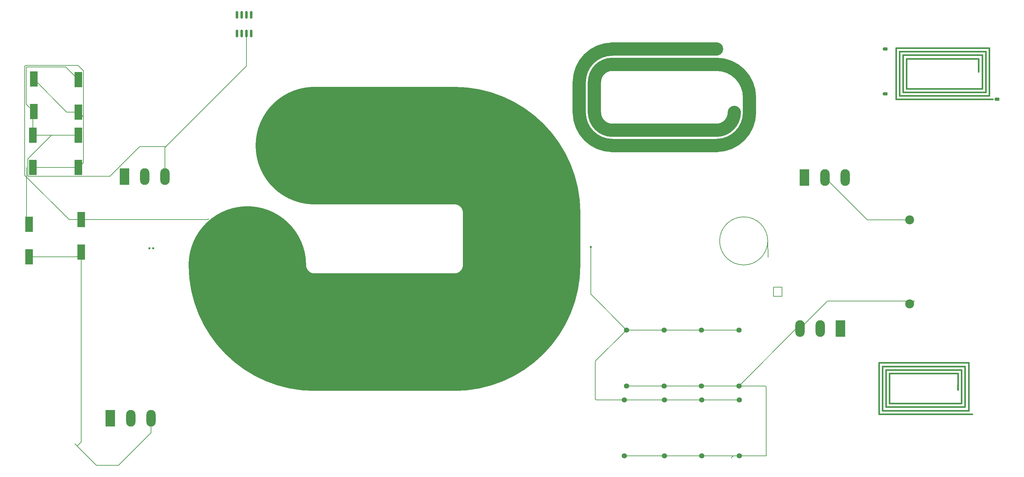
<source format=gbr>
%TF.GenerationSoftware,KiCad,Pcbnew,9.0.3*%
%TF.CreationDate,2025-09-15T08:34:33+02:00*%
%TF.ProjectId,TEST_creat_foder,54455354-5f63-4726-9561-745f666f6465,rev?*%
%TF.SameCoordinates,Original*%
%TF.FileFunction,Copper,L1,Top*%
%TF.FilePolarity,Positive*%
%FSLAX46Y46*%
G04 Gerber Fmt 4.6, Leading zero omitted, Abs format (unit mm)*
G04 Created by KiCad (PCBNEW 9.0.3) date 2025-09-15 08:34:33*
%MOMM*%
%LPD*%
G01*
G04 APERTURE LIST*
G04 Aperture macros list*
%AMRoundRect*
0 Rectangle with rounded corners*
0 $1 Rounding radius*
0 $2 $3 $4 $5 $6 $7 $8 $9 X,Y pos of 4 corners*
0 Add a 4 corners polygon primitive as box body*
4,1,4,$2,$3,$4,$5,$6,$7,$8,$9,$2,$3,0*
0 Add four circle primitives for the rounded corners*
1,1,$1+$1,$2,$3*
1,1,$1+$1,$4,$5*
1,1,$1+$1,$6,$7*
1,1,$1+$1,$8,$9*
0 Add four rect primitives between the rounded corners*
20,1,$1+$1,$2,$3,$4,$5,0*
20,1,$1+$1,$4,$5,$6,$7,0*
20,1,$1+$1,$6,$7,$8,$9,0*
20,1,$1+$1,$8,$9,$2,$3,0*%
G04 Aperture macros list end*
%TA.AperFunction,NonConductor*%
%ADD10C,0.450000*%
%TD*%
%TA.AperFunction,Conductor*%
%ADD11C,0.200000*%
%TD*%
%TA.AperFunction,NonConductor*%
%ADD12C,0.200000*%
%TD*%
%TA.AperFunction,EtchedComponent*%
%ADD13C,31.500000*%
%TD*%
%TA.AperFunction,EtchedComponent*%
%ADD14C,3.575000*%
%TD*%
%TA.AperFunction,EtchedComponent*%
%ADD15C,0.450000*%
%TD*%
%TA.AperFunction,ComponentPad*%
%ADD16C,1.400000*%
%TD*%
%TA.AperFunction,SMDPad,CuDef*%
%ADD17R,2.000000X4.100000*%
%TD*%
%TA.AperFunction,ComponentPad*%
%ADD18R,2.500000X4.500000*%
%TD*%
%TA.AperFunction,ComponentPad*%
%ADD19O,2.500000X4.500000*%
%TD*%
%TA.AperFunction,SMDPad,CuDef*%
%ADD20RoundRect,0.150000X-0.150000X0.825000X-0.150000X-0.825000X0.150000X-0.825000X0.150000X0.825000X0*%
%TD*%
%TA.AperFunction,ComponentPad*%
%ADD21C,2.400000*%
%TD*%
%TA.AperFunction,SMDPad,CuDef*%
%ADD22RoundRect,0.252000X-0.448000X0.748000X-0.448000X-0.748000X0.448000X-0.748000X0.448000X0.748000X0*%
%TD*%
%TA.AperFunction,SMDPad,CuDef*%
%ADD23RoundRect,0.226200X-0.527800X0.904800X-0.527800X-0.904800X0.527800X-0.904800X0.527800X0.904800X0*%
%TD*%
%TA.AperFunction,SMDPad,CuDef*%
%ADD24RoundRect,0.115500X-0.519500X0.269500X-0.519500X-0.269500X0.519500X-0.269500X0.519500X0.269500X0*%
%TD*%
%TA.AperFunction,ViaPad*%
%ADD25C,0.600000*%
%TD*%
G04 APERTURE END LIST*
D10*
X317575000Y-183125000D02*
X335925000Y-183125000D01*
X335925000Y-183125000D02*
X335925000Y-187500000D01*
D11*
%TO.N,S_P_1*%
X284949044Y-147617517D02*
X285000000Y-152000000D01*
D10*
X317575000Y-191175000D02*
X317575000Y-183125000D01*
X337825000Y-192125000D02*
X316625000Y-192125000D01*
X316625000Y-192125000D02*
X316625000Y-182175000D01*
X315675000Y-181225000D02*
X337825000Y-181225000D01*
X337825000Y-181225000D02*
X337825000Y-192125000D01*
X338775000Y-180275000D02*
X338775000Y-193075000D01*
X315675000Y-193075000D02*
X315675000Y-181225000D01*
X336875000Y-191175000D02*
X317575000Y-191175000D01*
X314725000Y-194025000D02*
X314725000Y-180275000D01*
D12*
X286500000Y-160000000D02*
X288750000Y-160000000D01*
X288750000Y-162500000D01*
X286500000Y-162500000D01*
X286500000Y-160000000D01*
D11*
X284949044Y-147617517D02*
G75*
G02*
X272050956Y-147617517I-6449044J0D01*
G01*
X272050956Y-147617517D02*
G75*
G02*
X284949044Y-147617517I6449044J0D01*
G01*
D10*
X316625000Y-182175000D02*
X336875000Y-182175000D01*
X314725000Y-180275000D02*
X338775000Y-180275000D01*
X336875000Y-182175000D02*
X336875000Y-191175000D01*
X339725000Y-194025000D02*
X314725000Y-194025000D01*
X338775000Y-193075000D02*
X315675000Y-193075000D01*
D13*
%TD*%
%TO.C,T3*%
X201000000Y-122075000D02*
X163500000Y-122075000D01*
%TO.C,T3*%
X219000000Y-154075000D02*
X219000000Y-140075000D01*
X163500000Y-172075000D02*
X201000000Y-172075000D01*
X201000000Y-122075000D02*
G75*
G02*
X219000000Y-140075000I0J-18000000D01*
G01*
X219000000Y-154075000D02*
G75*
G02*
X201000000Y-172075000I-18000000J0D01*
G01*
X163500000Y-172075000D02*
G75*
G02*
X145500000Y-154075000I0J18000000D01*
G01*
D14*
%TO.C,L2*%
X271200000Y-96212500D02*
X243300000Y-96212500D01*
X271200000Y-100287500D02*
X243300000Y-100287500D01*
X238512500Y-105075000D02*
X238512500Y-113175000D01*
X234437500Y-105075000D02*
X234437500Y-113175000D01*
X280062500Y-113175000D02*
X280062500Y-109150000D01*
X243300000Y-117962500D02*
X271200000Y-117962500D01*
X243300000Y-122037500D02*
X271200000Y-122037500D01*
X271200000Y-100287500D02*
G75*
G02*
X280062500Y-109150000I0J-8862500D01*
G01*
X238512500Y-105075000D02*
G75*
G02*
X243300000Y-100287500I4787500J0D01*
G01*
X234437500Y-105075000D02*
G75*
G02*
X243300000Y-96212500I8862500J0D01*
G01*
X280062500Y-113175000D02*
G75*
G02*
X271200000Y-122037500I-8862500J0D01*
G01*
X275987500Y-113175000D02*
G75*
G02*
X271200000Y-117962500I-4787500J0D01*
G01*
X243300000Y-117962500D02*
G75*
G02*
X238512500Y-113175000I0J4787500D01*
G01*
X243300000Y-122037500D02*
G75*
G02*
X234437500Y-113175000I0J8862500D01*
G01*
D15*
%TO.C,T2*%
X344312500Y-95910000D02*
X344312500Y-108710000D01*
X319312500Y-95910000D02*
X344312500Y-95910000D01*
X343362500Y-96860000D02*
X343362500Y-107760000D01*
X320262500Y-96860000D02*
X343362500Y-96860000D01*
X342412500Y-97810000D02*
X342412500Y-106810000D01*
X321212500Y-97810000D02*
X342412500Y-97810000D01*
X341462500Y-98760000D02*
X341462500Y-102260000D01*
X322162500Y-98760000D02*
X341462500Y-98760000D01*
X342412500Y-106810000D02*
X322162500Y-106810000D01*
X322162500Y-106810000D02*
X322162500Y-98760000D01*
X343362500Y-107760000D02*
X321212500Y-107760000D01*
X321212500Y-107760000D02*
X321212500Y-97810000D01*
X344312500Y-108710000D02*
X320262500Y-108710000D01*
X320262500Y-108710000D02*
X320262500Y-96860000D01*
X345262500Y-109660000D02*
X319312500Y-109660000D01*
X319312500Y-109660000D02*
X319312500Y-95910000D01*
%TD*%
D16*
%TO.P,C78,1,1*%
%TO.N,Net-(T3-AB)*%
X247100000Y-171500000D03*
%TO.P,C78,2,2*%
%TO.N,HVN1*%
X247100000Y-186500000D03*
%TD*%
D17*
%TO.P,C7,1,+*%
%TO.N,OUT1*%
X101000000Y-141900000D03*
%TO.P,C7,2,-*%
%TO.N,con_gnd*%
X101000000Y-150600000D03*
%TD*%
D18*
%TO.P,Q1,1,G*%
%TO.N,G_P_1*%
X294800000Y-130610000D03*
D19*
%TO.P,Q1,2,D*%
%TO.N,HVP1*%
X300250000Y-130610000D03*
%TO.P,Q1,3,S*%
%TO.N,S_P_1*%
X305700000Y-130610000D03*
%TD*%
D16*
%TO.P,C74,1,1*%
%TO.N,Net-(T3-AB)*%
X246500000Y-190250000D03*
%TO.P,C74,2,2*%
%TO.N,HVN1*%
X246500000Y-205250000D03*
%TD*%
%TO.P,C76,1,1*%
%TO.N,Net-(T3-AB)*%
X267200000Y-171500000D03*
%TO.P,C76,2,2*%
%TO.N,HVN1*%
X267200000Y-186500000D03*
%TD*%
D17*
%TO.P,C81,1,+*%
%TO.N,con_gnd*%
X100250000Y-104400000D03*
%TO.P,C81,2,-*%
%TO.N,OUT1*%
X100250000Y-113100000D03*
%TD*%
%TO.P,C79,1,+*%
%TO.N,con_gnd*%
X100250000Y-119250000D03*
%TO.P,C79,2,-*%
%TO.N,OUT1*%
X100250000Y-127950000D03*
%TD*%
D20*
%TO.P,IC1,1,VCC*%
%TO.N,+12drvSec*%
X146500000Y-87050000D03*
%TO.P,IC1,2,MIN_TOFF*%
%TO.N,Net-(IC1-MIN_TOFF)*%
X145230000Y-87050000D03*
%TO.P,IC1,3,MIN_TON*%
%TO.N,Net-(IC1-MIN_TON)*%
X143960000Y-87050000D03*
%TO.P,IC1,4,LLD*%
%TO.N,con_gnd*%
X142690000Y-87050000D03*
%TO.P,IC1,5,NC*%
%TO.N,unconnected-(IC1-NC-Pad5)*%
X142690000Y-92000000D03*
%TO.P,IC1,6,CS*%
%TO.N,D_S_1*%
X143960000Y-92000000D03*
%TO.P,IC1,7,GND*%
%TO.N,con_gnd*%
X145230000Y-92000000D03*
%TO.P,IC1,8,DRV*%
%TO.N,Net-(IC1-DRV)*%
X146500000Y-92000000D03*
%TD*%
D18*
%TO.P,Q3,1,G*%
%TO.N,G_S_1*%
X112550000Y-130390000D03*
D19*
%TO.P,Q3,2,D*%
%TO.N,D_S_1*%
X118000000Y-130390000D03*
%TO.P,Q3,3,S*%
%TO.N,con_gnd*%
X123450000Y-130390000D03*
%TD*%
D17*
%TO.P,C80,1,+*%
%TO.N,con_gnd*%
X88000000Y-119250000D03*
%TO.P,C80,2,-*%
%TO.N,OUT1*%
X88000000Y-127950000D03*
%TD*%
D21*
%TO.P,Cdc1,1*%
%TO.N,HVP1*%
X323000000Y-142000000D03*
%TO.P,Cdc1,2*%
%TO.N,HVN1*%
X323000000Y-164500000D03*
%TD*%
D16*
%TO.P,C77,1,1*%
%TO.N,Net-(T3-AB)*%
X257150000Y-171500000D03*
%TO.P,C77,2,2*%
%TO.N,HVN1*%
X257150000Y-186500000D03*
%TD*%
%TO.P,C72,1,1*%
%TO.N,Net-(T3-AB)*%
X267300000Y-190250000D03*
%TO.P,C72,2,2*%
%TO.N,HVN1*%
X267300000Y-205250000D03*
%TD*%
D18*
%TO.P,Q4,1,G*%
%TO.N,G_S_2*%
X108800000Y-195110000D03*
D19*
%TO.P,Q4,2,D*%
%TO.N,D_S_2*%
X114250000Y-195110000D03*
%TO.P,Q4,3,S*%
%TO.N,con_gnd*%
X119700000Y-195110000D03*
%TD*%
D22*
%TO.P,T3,3,SA*%
%TO.N,D_S_1*%
X163500000Y-122075000D03*
%TO.P,T3,4,SC*%
%TO.N,OUT1*%
X145500000Y-154075000D03*
%TD*%
D17*
%TO.P,C6,1,+*%
%TO.N,OUT1*%
X88250000Y-104250000D03*
%TO.P,C6,2,-*%
%TO.N,con_gnd*%
X88250000Y-112950000D03*
%TD*%
D23*
%TO.P,L2,1,1*%
%TO.N,Net-(T3-AA)*%
X271200000Y-96425000D03*
%TO.P,L2,2,2*%
%TO.N,S_P_1*%
X275700000Y-112925000D03*
%TD*%
D17*
%TO.P,C8,1,+*%
%TO.N,OUT1*%
X87000000Y-143150000D03*
%TO.P,C8,2,-*%
%TO.N,con_gnd*%
X87000000Y-151850000D03*
%TD*%
D18*
%TO.P,Q2,1,G*%
%TO.N,G_P_2*%
X304450000Y-171140000D03*
D19*
%TO.P,Q2,2,D*%
%TO.N,S_P_1*%
X299000000Y-171140000D03*
%TO.P,Q2,3,S*%
%TO.N,HVN1*%
X293550000Y-171140000D03*
%TD*%
D16*
%TO.P,C21,1,1*%
%TO.N,Net-(T3-AB)*%
X277350000Y-190250000D03*
%TO.P,C21,2,2*%
%TO.N,HVN1*%
X277350000Y-205250000D03*
%TD*%
%TO.P,C73,1,1*%
%TO.N,Net-(T3-AB)*%
X257250000Y-190250000D03*
%TO.P,C73,2,2*%
%TO.N,HVN1*%
X257250000Y-205250000D03*
%TD*%
D24*
%TO.P,T2,2,AB*%
%TO.N,unconnected-(T2-AB-Pad2)*%
X346442500Y-109660000D03*
%TO.P,T2,3,SA*%
%TO.N,unconnected-(T2-SA-Pad3)*%
X316442500Y-96160000D03*
%TO.P,T2,4,SB*%
%TO.N,unconnected-(T2-SB-Pad4)*%
X316442500Y-108160000D03*
%TD*%
D16*
%TO.P,C75,1,1*%
%TO.N,Net-(T3-AB)*%
X277250000Y-171500000D03*
%TO.P,C75,2,2*%
%TO.N,HVN1*%
X277250000Y-186500000D03*
%TD*%
D25*
%TO.N,Net-(T3-AB)*%
X237500000Y-149250000D03*
%TO.N,*%
X120250000Y-149575000D03*
X119250000Y-149575000D03*
X335925000Y-186500000D03*
X335925000Y-187250000D03*
%TD*%
D11*
%TO.N,HVN1*%
X323500000Y-164500000D02*
X323000000Y-164500000D01*
X324250000Y-163750000D02*
X323500000Y-164500000D01*
X300940000Y-163750000D02*
X324250000Y-163750000D01*
X293550000Y-171140000D02*
X300940000Y-163750000D01*
%TO.N,HVP1*%
X311640000Y-142000000D02*
X300250000Y-130610000D01*
X323000000Y-142000000D02*
X311640000Y-142000000D01*
%TO.N,con_gnd*%
X87000000Y-151850000D02*
X99750000Y-151850000D01*
X99750000Y-151850000D02*
X101000000Y-150600000D01*
%TO.N,OUT1*%
X86298000Y-142448000D02*
X86298000Y-127950000D01*
X87000000Y-143150000D02*
X86298000Y-142448000D01*
X101551000Y-102049000D02*
X101551000Y-126649000D01*
X86083900Y-100599000D02*
X100101000Y-100599000D01*
X85849000Y-100833900D02*
X86083900Y-100599000D01*
X85849000Y-130018100D02*
X85849000Y-100833900D01*
X100101000Y-100599000D02*
X101551000Y-102049000D01*
X97730900Y-141900000D02*
X85849000Y-130018100D01*
X101000000Y-141900000D02*
X97730900Y-141900000D01*
X101551000Y-126649000D02*
X100250000Y-127950000D01*
X134966186Y-141900000D02*
X135171285Y-141694901D01*
X101000000Y-141900000D02*
X134966186Y-141900000D01*
%TO.N,con_gnd*%
X86699000Y-130301000D02*
X108699000Y-130301000D01*
X93048000Y-119250000D02*
X86699000Y-125599000D01*
X100250000Y-119250000D02*
X93048000Y-119250000D01*
X108699000Y-130301000D02*
X116625000Y-122375000D01*
X116625000Y-122375000D02*
X123625000Y-122375000D01*
X145230000Y-100770000D02*
X123625000Y-122375000D01*
X86699000Y-125599000D02*
X86699000Y-130301000D01*
X86250000Y-110950000D02*
X88250000Y-112950000D01*
X86250000Y-101000000D02*
X86250000Y-110950000D01*
X96850000Y-101000000D02*
X86250000Y-101000000D01*
X100250000Y-104400000D02*
X96850000Y-101000000D01*
%TO.N,OUT1*%
X100250000Y-113100000D02*
X97100000Y-113100000D01*
X97100000Y-113100000D02*
X88250000Y-104250000D01*
X101551000Y-114401000D02*
X100250000Y-113100000D01*
X101551000Y-126649000D02*
X101551000Y-114401000D01*
%TO.N,con_gnd*%
X88000000Y-113200000D02*
X88250000Y-112950000D01*
X88000000Y-119250000D02*
X88000000Y-113200000D01*
X100250000Y-119250000D02*
X88000000Y-119250000D01*
%TO.N,OUT1*%
X100250000Y-127950000D02*
X88000000Y-127950000D01*
%TO.N,con_gnd*%
X123450000Y-122550000D02*
X123450000Y-130390000D01*
X123625000Y-122375000D02*
X123450000Y-122550000D01*
X145230000Y-92000000D02*
X145230000Y-100770000D01*
X99875000Y-202625000D02*
X105000000Y-207750000D01*
X101000000Y-150600000D02*
X101000000Y-201500000D01*
X101000000Y-201500000D02*
X99875000Y-202625000D01*
X119700000Y-199050000D02*
X119700000Y-195110000D01*
X111000000Y-207750000D02*
X119700000Y-199050000D01*
X105000000Y-207750000D02*
X111000000Y-207750000D01*
X99250000Y-202000000D02*
X99875000Y-202625000D01*
%TO.N,Net-(T3-AB)*%
X237500000Y-161900000D02*
X237500000Y-154250000D01*
X237500000Y-154250000D02*
X237500000Y-149250000D01*
X247100000Y-171500000D02*
X237500000Y-161900000D01*
X238750000Y-190000000D02*
X238750000Y-179850000D01*
X239000000Y-190250000D02*
X238750000Y-190000000D01*
X238750000Y-179850000D02*
X247100000Y-171500000D01*
X246500000Y-190250000D02*
X239000000Y-190250000D01*
%TO.N,HVN1*%
X275750000Y-205250000D02*
X275250000Y-205750000D01*
X284500000Y-205250000D02*
X275750000Y-205250000D01*
X284500000Y-186750000D02*
X284500000Y-205250000D01*
X284250000Y-186500000D02*
X284500000Y-186750000D01*
X277250000Y-186500000D02*
X284250000Y-186500000D01*
%TO.N,Net-(T3-AB)*%
X277250000Y-171500000D02*
X247100000Y-171500000D01*
X277350000Y-190250000D02*
X246500000Y-190250000D01*
%TO.N,HVN1*%
X277350000Y-205250000D02*
X246500000Y-205250000D01*
X277250000Y-186500000D02*
X247100000Y-186500000D01*
X292610000Y-171140000D02*
X293550000Y-171140000D01*
X277250000Y-186500000D02*
X292610000Y-171140000D01*
%TD*%
M02*

</source>
